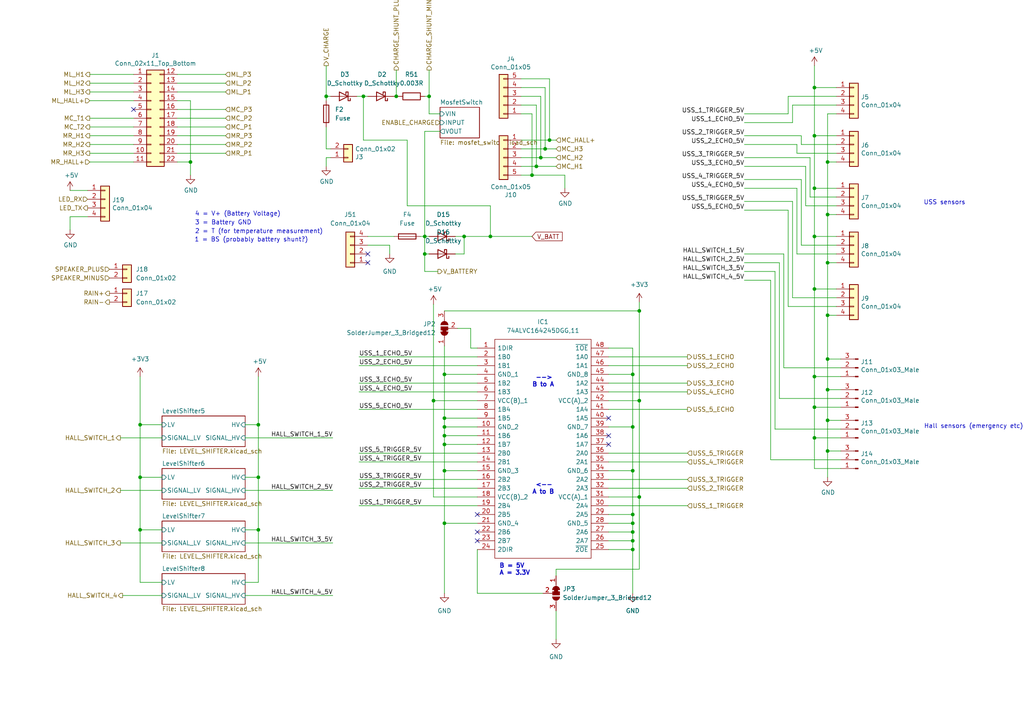
<source format=kicad_sch>
(kicad_sch (version 20231120) (generator "eeschema") (generator_version "8.0")
  (paper "A4")
  (lib_symbols
    (symbol "74ALVC164245DGG_11:74ALVC164245DGG,11" (pin_names (offset 0.762))
      (property "Reference" "IC" (at 34.29 7.62 0))
      (property "Value" "74ALVC164245DGG,11" (at 34.29 5.08 0))
      (symbol "74ALVC164245DGG,11_0_0"
        (pin passive line (at 0 0 0) (length 5.08) (name "1DIR") (number "1"))
        (pin passive line (at 0 -22.86 0) (length 5.08) (name "GND_2") (number "10"))
        (pin passive line (at 0 -25.4 0) (length 5.08) (name "1B6") (number "11"))
        (pin passive line (at 0 -27.94 0) (length 5.08) (name "1B7") (number "12"))
        (pin passive line (at 0 -30.48 0) (length 5.08) (name "2B0") (number "13"))
        (pin passive line (at 0 -33.02 0) (length 5.08) (name "2B1") (number "14"))
        (pin passive line (at 0 -35.56 0) (length 5.08) (name "GND_3") (number "15"))
        (pin passive line (at 0 -38.1 0) (length 5.08) (name "2B2") (number "16"))
        (pin passive line (at 0 -40.64 0) (length 5.08) (name "2B3") (number "17"))
        (pin passive line (at 0 -43.18 0) (length 5.08) (name "VCC(B)_2") (number "18"))
        (pin passive line (at 0 -45.72 0) (length 5.08) (name "2B4") (number "19"))
        (pin passive line (at 0 -2.54 0) (length 5.08) (name "1B0") (number "2"))
        (pin passive line (at 0 -48.26 0) (length 5.08) (name "2B5") (number "20"))
        (pin passive line (at 0 -50.8 0) (length 5.08) (name "GND_4") (number "21"))
        (pin passive line (at 0 -53.34 0) (length 5.08) (name "2B6") (number "22"))
        (pin passive line (at 0 -55.88 0) (length 5.08) (name "2B7") (number "23"))
        (pin passive line (at 0 -58.42 0) (length 5.08) (name "2DIR") (number "24"))
        (pin passive line (at 38.1 -58.42 180) (length 5.08) (name "~{2OE}") (number "25"))
        (pin passive line (at 38.1 -55.88 180) (length 5.08) (name "2A7") (number "26"))
        (pin passive line (at 38.1 -53.34 180) (length 5.08) (name "2A6") (number "27"))
        (pin passive line (at 38.1 -50.8 180) (length 5.08) (name "GND_5") (number "28"))
        (pin passive line (at 38.1 -48.26 180) (length 5.08) (name "2A5") (number "29"))
        (pin passive line (at 0 -5.08 0) (length 5.08) (name "1B1") (number "3"))
        (pin passive line (at 38.1 -45.72 180) (length 5.08) (name "2A4") (number "30"))
        (pin passive line (at 38.1 -43.18 180) (length 5.08) (name "VCC(A)_1") (number "31"))
        (pin passive line (at 38.1 -40.64 180) (length 5.08) (name "2A3") (number "32"))
        (pin passive line (at 38.1 -38.1 180) (length 5.08) (name "2A2") (number "33"))
        (pin passive line (at 38.1 -35.56 180) (length 5.08) (name "GND_6") (number "34"))
        (pin passive line (at 38.1 -33.02 180) (length 5.08) (name "2A1") (number "35"))
        (pin passive line (at 38.1 -30.48 180) (length 5.08) (name "2A0") (number "36"))
        (pin passive line (at 38.1 -27.94 180) (length 5.08) (name "1A7") (number "37"))
        (pin passive line (at 38.1 -25.4 180) (length 5.08) (name "1A6") (number "38"))
        (pin passive line (at 38.1 -22.86 180) (length 5.08) (name "GND_7") (number "39"))
        (pin passive line (at 0 -7.62 0) (length 5.08) (name "GND_1") (number "4"))
        (pin passive line (at 38.1 -20.32 180) (length 5.08) (name "1A5") (number "40"))
        (pin passive line (at 38.1 -17.78 180) (length 5.08) (name "1A4") (number "41"))
        (pin passive line (at 38.1 -15.24 180) (length 5.08) (name "VCC(A)_2") (number "42"))
        (pin passive line (at 38.1 -12.7 180) (length 5.08) (name "1A3") (number "43"))
        (pin passive line (at 38.1 -10.16 180) (length 5.08) (name "1A2") (number "44"))
        (pin passive line (at 38.1 -7.62 180) (length 5.08) (name "GND_8") (number "45"))
        (pin passive line (at 38.1 -5.08 180) (length 5.08) (name "1A1") (number "46"))
        (pin passive line (at 38.1 -2.54 180) (length 5.08) (name "1A0") (number "47"))
        (pin passive line (at 38.1 0 180) (length 5.08) (name "~{1OE}") (number "48"))
        (pin passive line (at 0 -10.16 0) (length 5.08) (name "1B2") (number "5"))
        (pin passive line (at 0 -12.7 0) (length 5.08) (name "1B3") (number "6"))
        (pin passive line (at 0 -15.24 0) (length 5.08) (name "VCC(B)_1") (number "7"))
        (pin passive line (at 0 -17.78 0) (length 5.08) (name "1B4") (number "8"))
        (pin passive line (at 0 -20.32 0) (length 5.08) (name "1B5") (number "9"))
      )
    )
    (symbol "Connector:Conn_01x03_Male" (pin_names (offset 1.016) hide)
      (property "Reference" "J" (at 0 5.08 0))
      (property "Value" "Conn_01x03_Male" (at 0 -5.08 0))
      (symbol "Conn_01x03_Male_1_1"
        (pin passive line (at 5.08 2.54 180) (length 3.81) (name "Pin_1") (number "1"))
        (pin passive line (at 5.08 0 180) (length 3.81) (name "Pin_2") (number "2"))
        (pin passive line (at 5.08 -2.54 180) (length 3.81) (name "Pin_3") (number "3"))
      )
    )
    (symbol "Connector_Generic:Conn_01x02" (pin_names (offset 1.016) hide)
      (property "Reference" "J" (at 0 2.54 0))
      (property "Value" "Conn_01x02" (at 0 -5.08 0))
      (symbol "Conn_01x02_1_1"
        (pin passive line (at -5.08 0 0) (length 3.81) (name "Pin_1") (number "1"))
        (pin passive line (at -5.08 -2.54 0) (length 3.81) (name "Pin_2") (number "2"))
      )
    )
    (symbol "Connector_Generic:Conn_01x04" (pin_names (offset 1.016) hide)
      (property "Reference" "J" (at 0 5.08 0))
      (property "Value" "Conn_01x04" (at 0 -7.62 0))
      (symbol "Conn_01x04_1_1"
        (pin passive line (at -5.08 2.54 0) (length 3.81) (name "Pin_1") (number "1"))
        (pin passive line (at -5.08 0 0) (length 3.81) (name "Pin_2") (number "2"))
        (pin passive line (at -5.08 -2.54 0) (length 3.81) (name "Pin_3") (number "3"))
        (pin passive line (at -5.08 -5.08 0) (length 3.81) (name "Pin_4") (number "4"))
      )
    )
    (symbol "Connector_Generic:Conn_01x05" (pin_names (offset 1.016) hide)
      (property "Reference" "J" (at 0 7.62 0))
      (property "Value" "Conn_01x05" (at 0 -7.62 0))
      (symbol "Conn_01x05_1_1"
        (pin passive line (at -5.08 5.08 0) (length 3.81) (name "Pin_1") (number "1"))
        (pin passive line (at -5.08 2.54 0) (length 3.81) (name "Pin_2") (number "2"))
        (pin passive line (at -5.08 0 0) (length 3.81) (name "Pin_3") (number "3"))
        (pin passive line (at -5.08 -2.54 0) (length 3.81) (name "Pin_4") (number "4"))
        (pin passive line (at -5.08 -5.08 0) (length 3.81) (name "Pin_5") (number "5"))
      )
    )
    (symbol "Connector_Generic:Conn_02x11_Top_Bottom" (pin_names (offset 1.016) hide)
      (property "Reference" "J" (at 1.27 15.24 0))
      (property "Value" "Conn_02x11_Top_Bottom" (at 1.27 -15.24 0))
      (symbol "Conn_02x11_Top_Bottom_1_1"
        (pin passive line (at -5.08 12.7 0) (length 3.81) (name "Pin_1") (number "1"))
        (pin passive line (at -5.08 -10.16 0) (length 3.81) (name "Pin_10") (number "10"))
        (pin passive line (at -5.08 -12.7 0) (length 3.81) (name "Pin_11") (number "11"))
        (pin passive line (at 7.62 12.7 180) (length 3.81) (name "Pin_12") (number "12"))
        (pin passive line (at 7.62 10.16 180) (length 3.81) (name "Pin_13") (number "13"))
        (pin passive line (at 7.62 7.62 180) (length 3.81) (name "Pin_14") (number "14"))
        (pin passive line (at 7.62 5.08 180) (length 3.81) (name "Pin_15") (number "15"))
        (pin passive line (at 7.62 2.54 180) (length 3.81) (name "Pin_16") (number "16"))
        (pin passive line (at 7.62 0 180) (length 3.81) (name "Pin_17") (number "17"))
        (pin passive line (at 7.62 -2.54 180) (length 3.81) (name "Pin_18") (number "18"))
        (pin passive line (at 7.62 -5.08 180) (length 3.81) (name "Pin_19") (number "19"))
        (pin passive line (at -5.08 10.16 0) (length 3.81) (name "Pin_2") (number "2"))
        (pin passive line (at 7.62 -7.62 180) (length 3.81) (name "Pin_20") (number "20"))
        (pin passive line (at 7.62 -10.16 180) (length 3.81) (name "Pin_21") (number "21"))
        (pin passive line (at 7.62 -12.7 180) (length 3.81) (name "Pin_22") (number "22"))
        (pin passive line (at -5.08 7.62 0) (length 3.81) (name "Pin_3") (number "3"))
        (pin passive line (at -5.08 5.08 0) (length 3.81) (name "Pin_4") (number "4"))
        (pin passive line (at -5.08 2.54 0) (length 3.81) (name "Pin_5") (number "5"))
        (pin passive line (at -5.08 0 0) (length 3.81) (name "Pin_6") (number "6"))
        (pin passive line (at -5.08 -2.54 0) (length 3.81) (name "Pin_7") (number "7"))
        (pin passive line (at -5.08 -5.08 0) (length 3.81) (name "Pin_8") (number "8"))
        (pin passive line (at -5.08 -7.62 0) (length 3.81) (name "Pin_9") (number "9"))
      )
    )
    (symbol "Device:D_Schottky" (pin_numbers hide) (pin_names (offset 1.016) hide)
      (property "Reference" "D" (at 0 2.54 0))
      (property "Value" "D_Schottky" (at 0 -2.54 0))
      (symbol "D_Schottky_1_1"
        (pin passive line (at -3.81 0 0) (length 2.54) (name "K") (number "1"))
        (pin passive line (at 3.81 0 180) (length 2.54) (name "A") (number "2"))
      )
    )
    (symbol "Device:Fuse" (pin_numbers hide) (pin_names (offset 0))
      (property "Reference" "F" (at 2.032 0 90))
      (property "Value" "Fuse" (at -1.905 0 90))
      (symbol "Fuse_1_1"
        (pin passive line (at 0 3.81 270) (length 1.27) (name "~") (number "1"))
        (pin passive line (at 0 -3.81 90) (length 1.27) (name "~") (number "2"))
      )
    )
    (symbol "Device:R" (pin_numbers hide) (pin_names (offset 0))
      (property "Reference" "R" (at 2.032 0 90))
      (property "Value" "R" (at 0 0 90))
      (symbol "R_1_1"
        (pin passive line (at 0 3.81 270) (length 1.27) (name "~") (number "1"))
        (pin passive line (at 0 -3.81 90) (length 1.27) (name "~") (number "2"))
      )
    )
    (symbol "GND_1" (power) (pin_numbers hide) (pin_names (offset 0) hide)
      (property "Value" "GND" (at 0 -3.81 0))
      (symbol "GND_1_1_1"
        (pin power_in line (at 0 0 270) (length 0) (name "~") (number "1"))
      )
    )
    (symbol "Jumper:SolderJumper_3_Bridged12" (pin_names (offset 0) hide)
      (property "Reference" "JP" (at -2.54 -2.54 0))
      (property "Value" "SolderJumper_3_Bridged12" (at 0 2.794 0))
      (symbol "SolderJumper_3_Bridged12_1_1"
        (pin passive line (at -5.08 0 0) (length 2.54) (name "A") (number "1"))
        (pin input line (at 0 -3.81 90) (length 2.54) (name "C") (number "2"))
        (pin passive line (at 5.08 0 180) (length 2.54) (name "B") (number "3"))
      )
    )
    (symbol "power:+3.3V" (power) (pin_names (offset 0))
      (property "Value" "+3.3V" (at 0 3.556 0))
      (symbol "+3.3V_1_1"
        (pin power_in line (at 0 0 90) (length 0) hide (name "+3V3") (number "1"))
      )
    )
    (symbol "power:+5V" (power) (pin_names (offset 0))
      (property "Value" "+5V" (at 0 3.556 0))
      (symbol "+5V_1_1"
        (pin power_in line (at 0 0 90) (length 0) hide (name "+5V") (number "1"))
      )
    )
    (symbol "power:GND" (power) (pin_names (offset 0))
      (property "Value" "GND" (at 0 -3.81 0))
      (symbol "GND_1_1"
        (pin power_in line (at 0 0 270) (length 0) hide (name "GND") (number "1"))
      )
    )
  )
  (junction (at 185.42 116.205))
  (junction (at 183.515 149.225))
  (junction (at 128.905 108.585))
  (junction (at 236.22 127))
  (junction (at 183.515 123.825))
  (junction (at 123.19 73.66))
  (junction (at 128.905 136.525))
  (junction (at 183.515 159.385))
  (junction (at 236.22 109.22))
  (junction (at 105.41 27.94))
  (junction (at 74.93 123.19))
  (junction (at 240.03 130.81))
  (junction (at 154.305 50.8))
  (junction (at 74.93 153.67))
  (junction (at 125.73 116.205))
  (junction (at 240.03 104.14))
  (junction (at 236.22 39.37))
  (junction (at 40.64 153.67))
  (junction (at 240.03 46.99))
  (junction (at 240.03 76.2))
  (junction (at 128.905 128.905))
  (junction (at 240.03 91.44))
  (junction (at 128.905 151.765))
  (junction (at 236.22 83.82))
  (junction (at 40.64 123.19))
  (junction (at 185.42 90.17))
  (junction (at 94.615 27.94))
  (junction (at 134.62 68.58))
  (junction (at 124.46 27.94))
  (junction (at 155.575 48.26))
  (junction (at 240.03 121.92))
  (junction (at 40.64 138.43))
  (junction (at 183.515 154.305))
  (junction (at 185.42 144.145))
  (junction (at 128.905 121.285))
  (junction (at 142.24 68.58))
  (junction (at 236.22 25.4))
  (junction (at 183.515 156.845))
  (junction (at 55.245 46.99))
  (junction (at 183.515 151.765))
  (junction (at 236.22 118.11))
  (junction (at 159.385 40.64))
  (junction (at 114.935 27.94))
  (junction (at 123.19 68.58))
  (junction (at 158.115 43.18))
  (junction (at 183.515 108.585))
  (junction (at 240.03 113.03))
  (junction (at 156.845 45.72))
  (junction (at 240.03 62.23))
  (junction (at 236.22 54.61))
  (junction (at 74.93 138.43))
  (junction (at 183.515 136.525))
  (junction (at 128.905 126.365))
  (junction (at 236.22 68.58))
  (junction (at 128.905 123.825))
  (no_connect (at 138.43 149.225))
  (no_connect (at 138.43 154.305))
  (no_connect (at 138.43 156.845))
  (no_connect (at 38.735 31.75))
  (no_connect (at 106.68 73.66))
  (no_connect (at 176.53 128.905))
  (no_connect (at 176.53 126.365))
  (no_connect (at 176.53 121.285))
  (no_connect (at 106.68 76.2))
  (wire (pts (xy 242.57 76.2) (xy 240.03 76.2)))
  (wire (pts (xy 240.03 104.14) (xy 243.84 104.14)))
  (wire (pts (xy 183.515 149.225) (xy 183.515 151.765)))
  (wire (pts (xy 176.53 123.825) (xy 183.515 123.825)))
  (wire (pts (xy 236.22 127) (xy 243.84 127)))
  (wire (pts (xy 105.41 40.64) (xy 118.11 40.64)))
  (wire (pts (xy 121.92 68.58) (xy 123.19 68.58)))
  (wire (pts (xy 136.525 100.965) (xy 138.43 100.965)))
  (wire (pts (xy 40.64 138.43) (xy 46.99 138.43)))
  (wire (pts (xy 128.905 100.33) (xy 128.905 108.585)))
  (wire (pts (xy 51.435 21.59) (xy 65.405 21.59)))
  (wire (pts (xy 128.905 128.905) (xy 138.43 128.905)))
  (wire (pts (xy 71.12 142.24) (xy 96.52 142.24)))
  (wire (pts (xy 34.925 142.24) (xy 46.99 142.24)))
  (wire (pts (xy 176.53 144.145) (xy 185.42 144.145)))
  (wire (pts (xy 106.68 71.12) (xy 113.03 71.12)))
  (wire (pts (xy 114.935 20.32) (xy 114.935 27.94)))
  (wire (pts (xy 156.845 27.94) (xy 156.845 45.72)))
  (wire (pts (xy 51.435 46.99) (xy 55.245 46.99)))
  (wire (pts (xy 51.435 36.83) (xy 65.405 36.83)))
  (wire (pts (xy 114.935 27.94) (xy 115.57 27.94)))
  (wire (pts (xy 215.9 35.56) (xy 229.87 35.56)))
  (wire (pts (xy 215.9 39.37) (xy 232.41 39.37)))
  (wire (pts (xy 123.19 38.1) (xy 127.635 38.1)))
  (wire (pts (xy 105.41 27.94) (xy 105.41 40.64)))
  (wire (pts (xy 183.515 108.585) (xy 183.515 123.825)))
  (wire (pts (xy 38.735 44.45) (xy 26.035 44.45)))
  (wire (pts (xy 161.29 177.165) (xy 161.29 185.42)))
  (wire (pts (xy 94.615 36.83) (xy 94.615 43.18)))
  (wire (pts (xy 224.79 78.74) (xy 215.9 78.74)))
  (wire (pts (xy 105.41 27.94) (xy 106.68 27.94)))
  (wire (pts (xy 242.57 62.23) (xy 240.03 62.23)))
  (wire (pts (xy 138.43 139.065) (xy 104.14 139.065)))
  (wire (pts (xy 128.905 121.285) (xy 138.43 121.285)))
  (wire (pts (xy 158.115 43.18) (xy 161.29 43.18)))
  (wire (pts (xy 183.515 151.765) (xy 183.515 154.305)))
  (wire (pts (xy 38.735 34.29) (xy 26.035 34.29)))
  (wire (pts (xy 40.64 123.19) (xy 46.99 123.19)))
  (wire (pts (xy 215.9 33.02) (xy 228.6 33.02)))
  (wire (pts (xy 51.435 41.91) (xy 65.405 41.91)))
  (wire (pts (xy 236.22 83.82) (xy 236.22 109.22)))
  (wire (pts (xy 124.46 73.66) (xy 123.19 73.66)))
  (wire (pts (xy 183.515 136.525) (xy 183.515 149.225)))
  (wire (pts (xy 176.53 116.205) (xy 185.42 116.205)))
  (wire (pts (xy 134.62 68.58) (xy 142.24 68.58)))
  (wire (pts (xy 123.19 73.66) (xy 123.19 78.74)))
  (wire (pts (xy 51.435 24.13) (xy 65.405 24.13)))
  (wire (pts (xy 183.515 156.845) (xy 183.515 159.385)))
  (wire (pts (xy 40.64 168.91) (xy 40.64 153.67)))
  (wire (pts (xy 215.9 54.61) (xy 231.14 54.61)))
  (wire (pts (xy 242.57 88.9) (xy 228.6 88.9)))
  (wire (pts (xy 38.735 26.67) (xy 26.035 26.67)))
  (wire (pts (xy 132.08 73.66) (xy 134.62 73.66)))
  (wire (pts (xy 243.84 106.68) (xy 227.33 106.68)))
  (wire (pts (xy 114.3 27.94) (xy 114.935 27.94)))
  (wire (pts (xy 199.39 113.665) (xy 176.53 113.665)))
  (wire (pts (xy 138.43 146.685) (xy 104.14 146.685)))
  (wire (pts (xy 25.4 62.865) (xy 20.32 62.865)))
  (wire (pts (xy 215.9 81.28) (xy 223.52 81.28)))
  (wire (pts (xy 26.035 46.99) (xy 38.735 46.99)))
  (wire (pts (xy 40.64 153.67) (xy 46.99 153.67)))
  (wire (pts (xy 240.03 62.23) (xy 240.03 76.2)))
  (wire (pts (xy 127.635 33.02) (xy 124.46 33.02)))
  (wire (pts (xy 138.43 141.605) (xy 104.14 141.605)))
  (wire (pts (xy 199.39 141.605) (xy 176.53 141.605)))
  (wire (pts (xy 176.53 136.525) (xy 183.515 136.525)))
  (wire (pts (xy 151.13 45.72) (xy 156.845 45.72)))
  (wire (pts (xy 234.95 57.15) (xy 242.57 57.15)))
  (wire (pts (xy 226.06 115.57) (xy 243.84 115.57)))
  (wire (pts (xy 142.24 68.58) (xy 154.305 68.58)))
  (wire (pts (xy 240.03 91.44) (xy 240.03 104.14)))
  (wire (pts (xy 236.22 109.22) (xy 243.84 109.22)))
  (wire (pts (xy 223.52 133.35) (xy 243.84 133.35)))
  (wire (pts (xy 183.515 100.965) (xy 183.515 108.585)))
  (wire (pts (xy 228.6 27.94) (xy 242.57 27.94)))
  (wire (pts (xy 236.22 118.11) (xy 236.22 127)))
  (wire (pts (xy 228.6 60.96) (xy 215.9 60.96)))
  (wire (pts (xy 242.57 46.99) (xy 240.03 46.99)))
  (wire (pts (xy 128.905 136.525) (xy 138.43 136.525)))
  (wire (pts (xy 138.43 108.585) (xy 128.905 108.585)))
  (wire (pts (xy 242.57 91.44) (xy 240.03 91.44)))
  (wire (pts (xy 40.64 138.43) (xy 40.64 123.19)))
  (wire (pts (xy 242.57 54.61) (xy 236.22 54.61)))
  (wire (pts (xy 94.615 43.18) (xy 95.885 43.18)))
  (wire (pts (xy 233.68 59.69) (xy 233.68 48.26)))
  (wire (pts (xy 51.435 39.37) (xy 65.405 39.37)))
  (wire (pts (xy 151.13 25.4) (xy 158.115 25.4)))
  (wire (pts (xy 199.39 106.045) (xy 176.53 106.045)))
  (wire (pts (xy 71.12 123.19) (xy 74.93 123.19)))
  (wire (pts (xy 151.13 43.18) (xy 158.115 43.18)))
  (wire (pts (xy 138.43 144.145) (xy 125.73 144.145)))
  (wire (pts (xy 123.19 38.1) (xy 123.19 68.58)))
  (wire (pts (xy 71.12 127) (xy 96.52 127)))
  (wire (pts (xy 240.03 46.99) (xy 240.03 62.23)))
  (wire (pts (xy 118.11 59.69) (xy 142.24 59.69)))
  (wire (pts (xy 176.53 108.585) (xy 183.515 108.585)))
  (wire (pts (xy 154.305 50.8) (xy 163.83 50.8)))
  (wire (pts (xy 228.6 88.9) (xy 228.6 60.96)))
  (wire (pts (xy 240.03 130.81) (xy 240.03 138.43)))
  (wire (pts (xy 38.735 36.83) (xy 26.035 36.83)))
  (wire (pts (xy 138.43 159.385) (xy 138.43 172.085)))
  (wire (pts (xy 176.53 151.765) (xy 183.515 151.765)))
  (wire (pts (xy 176.53 159.385) (xy 183.515 159.385)))
  (wire (pts (xy 199.39 131.445) (xy 176.53 131.445)))
  (wire (pts (xy 51.435 31.75) (xy 65.405 31.75)))
  (wire (pts (xy 74.93 123.19) (xy 74.93 109.22)))
  (wire (pts (xy 151.13 30.48) (xy 155.575 30.48)))
  (wire (pts (xy 151.13 33.02) (xy 154.305 33.02)))
  (wire (pts (xy 95.885 45.72) (xy 94.615 45.72)))
  (wire (pts (xy 232.41 71.12) (xy 232.41 52.07)))
  (wire (pts (xy 128.905 108.585) (xy 128.905 121.285)))
  (wire (pts (xy 142.24 59.69) (xy 142.24 68.58)))
  (wire (pts (xy 240.03 113.03) (xy 240.03 121.92)))
  (wire (pts (xy 38.735 41.91) (xy 26.035 41.91)))
  (wire (pts (xy 183.515 123.825) (xy 183.515 136.525)))
  (wire (pts (xy 240.03 130.81) (xy 243.84 130.81)))
  (wire (pts (xy 231.14 41.91) (xy 215.9 41.91)))
  (wire (pts (xy 176.53 100.965) (xy 183.515 100.965)))
  (wire (pts (xy 128.905 123.825) (xy 138.43 123.825)))
  (wire (pts (xy 242.57 33.02) (xy 240.03 33.02)))
  (wire (pts (xy 35.56 172.72) (xy 46.99 172.72)))
  (wire (pts (xy 231.14 73.66) (xy 242.57 73.66)))
  (wire (pts (xy 124.46 20.32) (xy 124.46 27.94)))
  (wire (pts (xy 231.14 44.45) (xy 231.14 41.91)))
  (wire (pts (xy 176.53 149.225) (xy 183.515 149.225)))
  (wire (pts (xy 159.385 22.86) (xy 159.385 40.64)))
  (wire (pts (xy 231.14 54.61) (xy 231.14 73.66)))
  (wire (pts (xy 199.39 103.505) (xy 176.53 103.505)))
  (wire (pts (xy 156.845 45.72) (xy 161.29 45.72)))
  (wire (pts (xy 232.41 41.91) (xy 242.57 41.91)))
  (wire (pts (xy 138.43 133.985) (xy 104.14 133.985)))
  (wire (pts (xy 240.03 76.2) (xy 240.03 91.44)))
  (wire (pts (xy 224.79 124.46) (xy 224.79 78.74)))
  (wire (pts (xy 236.22 39.37) (xy 236.22 25.4)))
  (wire (pts (xy 104.14 111.125) (xy 138.43 111.125)))
  (wire (pts (xy 113.03 71.12) (xy 113.03 73.66)))
  (wire (pts (xy 199.39 111.125) (xy 176.53 111.125)))
  (wire (pts (xy 51.435 34.29) (xy 65.405 34.29)))
  (wire (pts (xy 229.87 35.56) (xy 229.87 30.48)))
  (wire (pts (xy 20.32 62.865) (xy 20.32 66.675)))
  (wire (pts (xy 123.19 68.58) (xy 123.19 73.66)))
  (wire (pts (xy 74.93 138.43) (xy 74.93 123.19)))
  (wire (pts (xy 199.39 118.745) (xy 176.53 118.745)))
  (wire (pts (xy 94.615 27.94) (xy 94.615 29.21)))
  (wire (pts (xy 242.57 44.45) (xy 231.14 44.45)))
  (wire (pts (xy 236.22 83.82) (xy 242.57 83.82)))
  (wire (pts (xy 236.22 68.58) (xy 236.22 83.82)))
  (wire (pts (xy 123.19 68.58) (xy 124.46 68.58)))
  (wire (pts (xy 229.87 86.36) (xy 242.57 86.36)))
  (wire (pts (xy 215.9 76.2) (xy 226.06 76.2)))
  (wire (pts (xy 185.42 90.17) (xy 185.42 116.205)))
  (wire (pts (xy 151.13 27.94) (xy 156.845 27.94)))
  (wire (pts (xy 236.22 118.11) (xy 243.84 118.11)))
  (wire (pts (xy 151.13 22.86) (xy 159.385 22.86)))
  (wire (pts (xy 232.41 39.37) (xy 232.41 41.91)))
  (wire (pts (xy 51.435 29.21) (xy 55.245 29.21)))
  (wire (pts (xy 243.84 124.46) (xy 224.79 124.46)))
  (wire (pts (xy 242.57 39.37) (xy 236.22 39.37)))
  (wire (pts (xy 229.87 58.42) (xy 229.87 86.36)))
  (wire (pts (xy 240.03 113.03) (xy 243.84 113.03)))
  (wire (pts (xy 154.305 33.02) (xy 154.305 50.8)))
  (wire (pts (xy 161.29 165.1) (xy 161.29 167.005)))
  (wire (pts (xy 128.905 90.17) (xy 185.42 90.17)))
  (wire (pts (xy 127 78.74) (xy 123.19 78.74)))
  (wire (pts (xy 155.575 48.26) (xy 161.29 48.26)))
  (wire (pts (xy 71.12 138.43) (xy 74.93 138.43)))
  (wire (pts (xy 183.515 154.305) (xy 183.515 156.845)))
  (wire (pts (xy 74.93 153.67) (xy 74.93 138.43)))
  (wire (pts (xy 51.435 44.45) (xy 65.405 44.45)))
  (wire (pts (xy 124.46 33.02) (xy 124.46 27.94)))
  (wire (pts (xy 223.52 81.28) (xy 223.52 133.35)))
  (wire (pts (xy 199.39 146.685) (xy 176.53 146.685)))
  (wire (pts (xy 123.19 27.94) (xy 124.46 27.94)))
  (wire (pts (xy 236.22 109.22) (xy 236.22 118.11)))
  (wire (pts (xy 159.385 40.64) (xy 161.29 40.64)))
  (wire (pts (xy 128.905 151.765) (xy 138.43 151.765)))
  (wire (pts (xy 232.41 52.07) (xy 215.9 52.07)))
  (wire (pts (xy 20.32 55.245) (xy 25.4 55.245)))
  (wire (pts (xy 215.9 45.72) (xy 234.95 45.72)))
  (wire (pts (xy 104.14 118.745) (xy 138.43 118.745)))
  (wire (pts (xy 236.22 25.4) (xy 236.22 19.05)))
  (wire (pts (xy 199.39 133.985) (xy 176.53 133.985)))
  (wire (pts (xy 26.035 29.21) (xy 38.735 29.21)))
  (wire (pts (xy 94.615 45.72) (xy 94.615 48.26)))
  (wire (pts (xy 163.83 50.8) (xy 163.83 54.61)))
  (wire (pts (xy 132.08 68.58) (xy 134.62 68.58)))
  (wire (pts (xy 128.905 128.905) (xy 128.905 136.525)))
  (wire (pts (xy 55.245 29.21) (xy 55.245 46.99)))
  (wire (pts (xy 71.12 153.67) (xy 74.93 153.67)))
  (wire (pts (xy 104.14 106.045) (xy 138.43 106.045)))
  (wire (pts (xy 40.64 123.19) (xy 40.64 109.22)))
  (wire (pts (xy 151.13 40.64) (xy 159.385 40.64)))
  (wire (pts (xy 185.42 144.145) (xy 185.42 116.205)))
  (wire (pts (xy 242.57 71.12) (xy 232.41 71.12)))
  (wire (pts (xy 234.95 45.72) (xy 234.95 57.15)))
  (wire (pts (xy 240.03 104.14) (xy 240.03 113.03)))
  (wire (pts (xy 158.115 25.4) (xy 158.115 43.18)))
  (wire (pts (xy 242.57 25.4) (xy 236.22 25.4)))
  (wire (pts (xy 128.905 123.825) (xy 128.905 126.365)))
  (wire (pts (xy 128.905 151.765) (xy 128.905 172.085)))
  (wire (pts (xy 176.53 154.305) (xy 183.515 154.305)))
  (wire (pts (xy 40.64 153.67) (xy 40.64 138.43)))
  (wire (pts (xy 227.33 106.68) (xy 227.33 73.66)))
  (wire (pts (xy 118.11 40.64) (xy 118.11 59.69)))
  (wire (pts (xy 125.73 116.205) (xy 125.73 144.145)))
  (wire (pts (xy 155.575 30.48) (xy 155.575 48.26)))
  (wire (pts (xy 240.03 121.92) (xy 240.03 130.81)))
  (wire (pts (xy 228.6 33.02) (xy 228.6 27.94)))
  (wire (pts (xy 40.64 168.91) (xy 46.99 168.91)))
  (wire (pts (xy 215.9 58.42) (xy 229.87 58.42)))
  (wire (pts (xy 125.73 88.265) (xy 125.73 116.205)))
  (wire (pts (xy 132.715 95.25) (xy 136.525 95.25)))
  (wire (pts (xy 236.22 127) (xy 236.22 135.89)))
  (wire (pts (xy 103.505 27.94) (xy 105.41 27.94)))
  (wire (pts (xy 94.615 19.05) (xy 94.615 27.94)))
  (wire (pts (xy 104.14 103.505) (xy 138.43 103.505)))
  (wire (pts (xy 136.525 95.25) (xy 136.525 100.965)))
  (wire (pts (xy 55.245 46.99) (xy 55.245 50.8)))
  (wire (pts (xy 240.03 121.92) (xy 243.84 121.92)))
  (wire (pts (xy 38.735 24.13) (xy 26.035 24.13)))
  (wire (pts (xy 240.03 33.02) (xy 240.03 46.99)))
  (wire (pts (xy 71.12 172.72) (xy 96.52 172.72)))
  (wire (pts (xy 157.48 172.085) (xy 138.43 172.085)))
  (wire (pts (xy 242.57 59.69) (xy 233.68 59.69)))
  (wire (pts (xy 199.39 139.065) (xy 176.53 139.065)))
  (wire (pts (xy 236.22 54.61) (xy 236.22 68.58)))
  (wire (pts (xy 226.06 76.2) (xy 226.06 115.57)))
  (wire (pts (xy 38.735 39.37) (xy 26.035 39.37)))
  (wire (pts (xy 185.42 165.1) (xy 185.42 144.145)))
  (wire (pts (xy 104.14 113.665) (xy 138.43 113.665)))
  (wire (pts (xy 176.53 156.845) (xy 183.515 156.845)))
  (wire (pts (xy 34.925 127) (xy 46.99 127)))
  (wire (pts (xy 71.12 168.91) (xy 74.93 168.91)))
  (wire (pts (xy 242.57 68.58) (xy 236.22 68.58)))
  (wire (pts (xy 151.13 48.26) (xy 155.575 48.26)))
  (wire (pts (xy 236.22 39.37) (xy 236.22 54.61)))
  (wire (pts (xy 138.43 131.445) (xy 104.14 131.445)))
  (wire (pts (xy 227.33 73.66) (xy 215.9 73.66)))
  (wire (pts (xy 134.62 73.66) (xy 134.62 68.58)))
  (wire (pts (xy 34.925 157.48) (xy 46.99 157.48)))
  (wire (pts (xy 229.87 30.48) (xy 242.57 30.48)))
  (wire (pts (xy 243.84 135.89) (xy 236.22 135.89)))
  (wire (pts (xy 94.615 27.94) (xy 95.885 27.94)))
  (wire (pts (xy 233.68 48.26) (xy 215.9 48.26)))
  (wire (pts (xy 185.42 165.1) (xy 161.29 165.1)))
  (wire (pts (xy 128.905 121.285) (xy 128.905 123.825)))
  (wire (pts (xy 128.905 136.525) (xy 128.905 151.765)))
  (wire (pts (xy 151.13 50.8) (xy 154.305 50.8)))
  (wire (pts (xy 128.905 126.365) (xy 138.43 126.365)))
  (wire (pts (xy 38.735 21.59) (xy 26.035 21.59)))
  (wire (pts (xy 125.73 116.205) (xy 138.43 116.205)))
  (wire (pts (xy 183.515 159.385) (xy 183.515 172.085)))
  (wire (pts (xy 106.68 68.58) (xy 114.3 68.58)))
  (wire (pts (xy 128.905 126.365) (xy 128.905 128.905)))
  (wire (pts (xy 51.435 26.67) (xy 65.405 26.67)))
  (wire (pts (xy 74.93 168.91) (xy 74.93 153.67)))
  (wire (pts (xy 71.12 157.48) (xy 96.52 157.48)))
  (wire (pts (xy 185.42 87.63) (xy 185.42 90.17)))
  (text " <--\nA to B" (at 154.305 143.51 0) (effects (font (size 1.27 1.27) (thickness 0.254) (bold yes)) (justify left bottom)))
  (text "2 = T (for temperature measurement)" (at 56.515 67.945 0) (effects (font (size 1.27 1.27)) (justify left bottom)))
  (text "4 = V+ (Battery Voltage)" (at 56.515 62.865 0) (effects (font (size 1.27 1.27)) (justify left bottom)))
  (text "B = 5V\nA = 3.3V" (at 144.78 167.005 0) (effects (font (size 1.27 1.27) (bold yes)) (justify left bottom)))
  (text "3 = Battery GND" (at 56.515 65.405 0) (effects (font (size 1.27 1.27)) (justify left bottom)))
  (text "1 = BS (probably battery shunt?)" (at 56.388 70.358 0) (effects (font (size 1.27 1.27)) (justify left bottom)))
  (text "Hall sensors (emergency etc)" (at 267.97 124.46 0) (effects (font (size 1.27 1.27)) (justify left bottom)))
  (text " -->\nB to A" (at 154.305 112.395 0) (effects (font (size 1.27 1.27) (thickness 0.254) (bold yes)) (justify left bottom)))
  (text "USS sensors" (at 267.8734 59.5673 0) (effects (font (size 1.27 1.27)) (justify left bottom)))
  (label "USS_3_ECHO_5V" (at 215.9 48.26 180))
  (label "HALL_SWITCH_2_5V" (at 96.52 142.24 180))
  (label "USS_3_TRIGGER_5V" (at 104.14 139.065 0))
  (label "USS_2_TRIGGER_5V" (at 104.14 141.605 0))
  (label "USS_4_ECHO_5V" (at 215.9 54.61 180))
  (label "USS_5_ECHO_5V" (at 215.9 60.96 180))
  (label "USS_1_ECHO_5V" (at 215.9 35.56 180))
  (label "USS_4_TRIGGER_5V" (at 104.14 133.985 0))
  (label "USS_2_TRIGGER_5V" (at 215.9 39.37 180))
  (label "HALL_SWITCH_4_5V" (at 96.52 172.72 180))
  (label "USS_4_TRIGGER_5V" (at 215.9 52.07 180))
  (label "USS_3_TRIGGER_5V" (at 215.9 45.72 180))
  (label "HALL_SWITCH_3_5V" (at 96.52 157.48 180))
  (label "HALL_SWITCH_3_5V" (at 215.9 78.74 180))
  (label "HALL_SWITCH_2_5V" (at 215.9 76.2 180))
  (label "USS_5_TRIGGER_5V" (at 215.9 58.42 180))
  (label "USS_3_ECHO_5V" (at 104.14 111.125 0))
  (label "USS_2_ECHO_5V" (at 104.14 106.045 0))
  (label "HALL_SWITCH_1_5V" (at 215.9 73.66 180))
  (label "USS_5_TRIGGER_5V" (at 104.14 131.445 0))
  (label "HALL_SWITCH_4_5V" (at 215.9 81.28 180))
  (label "USS_1_ECHO_5V" (at 104.14 103.505 0))
  (label "USS_2_ECHO_5V" (at 215.9 41.91 180))
  (label "USS_5_ECHO_5V" (at 104.14 118.745 0))
  (label "USS_1_TRIGGER_5V" (at 215.9 33.02 180))
  (label "USS_4_ECHO_5V" (at 104.14 113.665 0))
  (label "HALL_SWITCH_1_5V" (at 96.52 127 180))
  (label "USS_1_TRIGGER_5V" (at 104.14 146.685 0))
  (global_label "V_BATT" (shape input) (at 154.305 68.58 0) (property "Intersheetrefs" "${INTERSHEET_REFS}" (effects (hide yes))))
  (hierarchical_label "USS_3_TRIGGER" (shape input) (at 199.39 139.065 0))
  (hierarchical_label "MC_P2" (shape input) (at 65.405 34.29 0))
  (hierarchical_label "USS_5_ECHO" (shape output) (at 199.39 118.745 0))
  (hierarchical_label "HALL_SWITCH_2" (shape output) (at 34.925 142.24 180))
  (hierarchical_label "ENABLE_CHARGE" (shape input) (at 127.635 35.56 180))
  (hierarchical_label "V_CHARGE" (shape output) (at 94.615 19.05 90))
  (hierarchical_label "ML_H2" (shape output) (at 26.035 24.13 180))
  (hierarchical_label "RAIN+" (shape output) (at 31.75 85.09 180))
  (hierarchical_label "MC_T2" (shape output) (at 26.035 36.83 180))
  (hierarchical_label "MC_T1" (shape output) (at 26.035 34.29 180))
  (hierarchical_label "MR_H2" (shape output) (at 26.035 41.91 180))
  (hierarchical_label "V_BATTERY" (shape output) (at 127 78.74 0))
  (hierarchical_label "SPEAKER_MINUS" (shape input) (at 31.75 80.645 180))
  (hierarchical_label "MC_HALL+" (shape input) (at 161.29 40.64 0))
  (hierarchical_label "LED_RX" (shape input) (at 25.4 57.785 180))
  (hierarchical_label "MC_P1" (shape input) (at 65.405 36.83 0))
  (hierarchical_label "USS_2_TRIGGER" (shape input) (at 199.39 141.605 0))
  (hierarchical_label "ML_HALL+" (shape input) (at 26.035 29.21 180))
  (hierarchical_label "HALL_SWITCH_4" (shape output) (at 35.56 172.72 180))
  (hierarchical_label "ML_P2" (shape input) (at 65.405 24.13 0))
  (hierarchical_label "MR_P3" (shape input) (at 65.405 39.37 0))
  (hierarchical_label "MR_P2" (shape input) (at 65.405 41.91 0))
  (hierarchical_label "ML_H3" (shape output) (at 26.035 26.67 180))
  (hierarchical_label "USS_1_TRIGGER" (shape input) (at 199.39 146.685 0))
  (hierarchical_label "ML_P3" (shape input) (at 65.405 21.59 0))
  (hierarchical_label "CHARGE_SHUNT_MINUS" (shape output) (at 124.46 20.32 90))
  (hierarchical_label "HALL_SWITCH_1" (shape output) (at 34.925 127 180))
  (hierarchical_label "USS_3_ECHO" (shape output) (at 199.39 111.125 0))
  (hierarchical_label "RAIN-" (shape output) (at 31.75 87.63 180))
  (hierarchical_label "MR_HALL+" (shape input) (at 26.035 46.99 180))
  (hierarchical_label "USS_2_ECHO" (shape output) (at 199.39 106.045 0))
  (hierarchical_label "HALL_SWITCH_3" (shape output) (at 34.925 157.48 180))
  (hierarchical_label "USS_1_ECHO" (shape output) (at 199.39 103.505 0))
  (hierarchical_label "MR_P1" (shape input) (at 65.405 44.45 0))
  (hierarchical_label "ML_H1" (shape output) (at 26.035 21.59 180))
  (hierarchical_label "LED_TX" (shape output) (at 25.4 60.325 180))
  (hierarchical_label "ML_P1" (shape input) (at 65.405 26.67 0))
  (hierarchical_label "CHARGE_SHUNT_PLUS" (shape output) (at 114.935 20.32 90))
  (hierarchical_label "USS_4_TRIGGER" (shape input) (at 199.39 133.985 0))
  (hierarchical_label "MC_P3" (shape input) (at 65.405 31.75 0))
  (hierarchical_label "MR_H3" (shape output) (at 26.035 44.45 180))
  (hierarchical_label "USS_5_TRIGGER" (shape input) (at 199.39 131.445 0))
  (hierarchical_label "MC_H1" (shape input) (at 161.29 48.26 0))
  (hierarchical_label "MC_H3" (shape input) (at 161.29 43.18 0))
  (hierarchical_label "MC_H2" (shape input) (at 161.29 45.72 0))
  (hierarchical_label "MR_H1" (shape output) (at 26.035 39.37 180))
  (hierarchical_label "USS_4_ECHO" (shape output) (at 199.39 113.665 0))
  (hierarchical_label "SPEAKER_PLUS" (shape input) (at 31.75 78.105 180))
  (symbol (lib_id "Connector_Generic:Conn_02x11_Top_Bottom") (at 43.815 34.29 0) (unit 1)
    (property "Reference" "J1" (at 45.085 16.0782 0))
    (property "Value" "Conn_02x11_Top_Bottom" (at 45.085 18.3896 0))
    (property "Footprint" "Connector_Molex:Molex_Mini-Fit_Jr_5566-22A_2x11_P4.20mm_Vertical" (effects (hide yes)))
    (property "Digikey" "WM23810-ND" (effects (hide yes)))
    (property "Part Number" "0039288220" (effects (hide yes)))
    (property "Stock_PN" "J-TH-4.2mm-2x11F" (effects (hide yes)))
  )
  (symbol (lib_id "power:GND") (at 55.245 50.8 0) (unit 1)
    (property "Reference" "#PWR0101" (effects (hide yes)))
    (property "Value" "GND" (at 55.372 55.1942 0))
  )
  (symbol (lib_id "Connector_Generic:Conn_01x02") (at 100.965 45.72 0) (mirror x) (unit 1)
    (property "Reference" "J3" (at 102.997 45.5168 0) (effects (justify left)))
    (property "Value" "Conn_01x02" (at 102.997 43.2054 0) (effects (justify left)))
    (property "Footprint" "Connector_Molex:Molex_Mini-Fit_Jr_5566-02A_2x01_P4.20mm_Vertical" (effects (hide yes)))
    (property "Digikey" "WM3843-ND" (effects (hide yes)))
    (property "Part Number" "0039293026" (effects (hide yes)))
    (property "Stock_PN" "J-TH-4.2mm-1x2F" (effects (hide yes)))
    (property "LCSC" "C563782" (effects (hide yes)))
  )
  (symbol (lib_id "power:GND") (at 94.615 48.26 0) (unit 1)
    (property "Reference" "#PWR0104" (effects (hide yes)))
    (property "Value" "GND" (at 94.742 52.6542 0))
  )
  (symbol (lib_id "Connector_Generic:Conn_01x05") (at 146.05 45.72 0) (mirror y) (unit 1)
    (property "Reference" "J10" (at 148.1328 56.515 0))
    (property "Value" "Conn_01x05" (at 148.1328 54.2036 0))
    (property "Footprint" "Connector_JST:JST_PH_B5B-PH-K_1x05_P2.00mm_Vertical" (effects (hide yes)))
    (property "Stock_PN" "J-JST-PH-1x5" (effects (hide yes)))
    (property "LCSC" "C442247" (effects (hide yes)))
  )
  (symbol (lib_id "Jumper:SolderJumper_3_Bridged12") (at 128.905 95.25 90) (unit 1)
    (property "Reference" "JP2" (at 126.365 93.9799 90) (effects (justify left)))
    (property "Value" "SolderJumper_3_Bridged12" (at 126.365 96.52 90) (effects (justify left)))
    (property "Footprint" "Jumper:SolderJumper-3_P1.3mm_Bridged12_Pad1.0x1.5mm" (effects (hide yes)))
    (property "Config" "do not place" (effects (hide yes)))
    (property "DNP" "Y" (effects (hide yes)))
  )
  (symbol (lib_id "power:GND") (at 240.03 138.43 0) (unit 1)
    (property "Reference" "#PWR0103" (effects (hide yes)))
    (property "Value" "GND" (at 240.157 142.8242 0))
  )
  (symbol (lib_id "Connector_Generic:Conn_01x04") (at 101.6 73.66 180) (unit 1)
    (property "Reference" "J51" (at 101.6 62.23 0))
    (property "Value" "Conn_01x04" (at 101.6 64.77 0))
    (property "Footprint" "Connector_Molex:Molex_Mini-Fit_Jr_5566-04A_2x02_P4.20mm_Vertical" (effects (hide yes)))
    (property "Description" "Generic connector, single row, 01x04, script generated (kicad-library-utils/schlib/autogen/connector/)" (effects (hide yes)))
  )
  (symbol (lib_id "Connector_Generic:Conn_01x04") (at 30.48 57.785 0) (unit 1)
    (property "Reference" "J19" (at 32.512 57.9882 0) (effects (justify left)))
    (property "Value" "Conn_01x04" (at 32.512 60.2996 0) (effects (justify left)))
    (property "Footprint" "Connector_JST:JST_XH_B4B-XH-A_1x04_P2.50mm_Vertical" (effects (hide yes)))
    (property "Digikey" "455-2249-ND" (effects (hide yes)))
    (property "Part Number" "B4B-XH-A(LF)(SN)" (effects (hide yes)))
    (property "Stock_PN" "J-JST-XH-1x4" (effects (hide yes)))
    (property "LCSC" "C144395" (effects (hide yes)))
  )
  (symbol (lib_id "power:+5V") (at 74.93 109.22 0) (unit 1)
    (property "Reference" "#PWR0141" (effects (hide yes)))
    (property "Value" "+5V" (at 75.311 104.8258 0))
  )
  (symbol (lib_id "power:+3.3V") (at 185.42 87.63 0) (unit 1)
    (property "Reference" "#PWR0120" (effects (hide yes)))
    (property "Value" "+3V3" (at 185.42 82.55 0))
  )
  (symbol (lib_id "power:GND") (at 183.515 172.085 0) (unit 1)
    (property "Reference" "#PWR0108" (effects (hide yes)))
    (property "Value" "GND" (at 183.515 177.165 0))
  )
  (symbol (lib_id "power:+5V") (at 236.22 19.05 0) (unit 1)
    (property "Reference" "#PWR0111" (effects (hide yes)))
    (property "Value" "+5V" (at 236.601 14.6558 0))
  )
  (symbol (lib_id "74ALVC164245DGG_11:74ALVC164245DGG,11") (at 138.43 100.965 0) (unit 1)
    (property "Reference" "IC1" (at 157.48 93.345 0))
    (property "Value" "74ALVC164245DGG,11" (at 157.48 95.885 0))
    (property "Footprint" "74ALVC164245DGG:SOP50P810X120-48N" (effects (hide yes)))
    (property "Datasheet" "https://assets.nexperia.com/documents/data-sheet/74ALVC164245.pdf" (effects (hide yes)))
    (property "Description" "74ALVC164245 - 16-bit dual supply translating transceiver; 3-state@en-us" (effects (hide yes)))
    (property "Height" "1.2" (effects (hide yes)))
    (property "Manufacturer_Name" "Nexperia" (effects (hide yes)))
    (property "Manufacturer_Part_Number" "74ALVC164245DGG,11" (effects (hide yes)))
    (property "Digikey" "1727-4290-1-ND" (effects (hide yes)))
    (property "Part Number" "74ALVC164245DGG:11" (effects (hide yes)))
    (property "Stock_PN" "U-74ALVC164245" (effects (hide yes)))
    (property "LCSC" "C5531" (effects (hide yes)))
  )
  (symbol (lib_id "power:GND") (at 20.32 66.675 0) (unit 1)
    (property "Reference" "#PWR0146" (effects (hide yes)))
    (property "Value" "GND" (at 20.447 71.0692 0))
  )
  (symbol (lib_id "Connector_Generic:Conn_01x04") (at 247.65 27.94 0) (unit 1)
    (property "Reference" "J5" (at 249.682 28.1432 0) (effects (justify left)))
    (property "Value" "Conn_01x04" (at 249.682 30.4546 0) (effects (justify left)))
    (property "Footprint" "Connector_JST:JST_XH_B4B-XH-A_1x04_P2.50mm_Vertical" (effects (hide yes)))
    (property "Digikey" "455-2249-ND" (effects (hide yes)))
    (property "Part Number" "B4B-XH-A(LF)(SN)" (effects (hide yes)))
    (property "Stock_PN" "J-JST-XH-1x4" (effects (hide yes)))
    (property "LCSC" "C144395" (effects (hide yes)))
  )
  (symbol (lib_id "power:GND") (at 163.83 54.61 0) (unit 1)
    (property "Reference" "#PWR0170" (effects (hide yes)))
    (property "Value" "GND" (at 163.957 59.0042 0))
  )
  (symbol (lib_id "Connector_Generic:Conn_01x02") (at 36.83 78.105 0) (unit 1)
    (property "Reference" "J18" (at 39.37 78.1049 0) (effects (justify left)))
    (property "Value" "Conn_01x02" (at 39.37 80.6449 0) (effects (justify left)))
    (property "Footprint" "Connector_JST:JST_XH_B2B-XH-A_1x02_P2.50mm_Vertical" (effects (hide yes)))
    (property "Digikey" "455-2946-ND" (effects (hide yes)))
    (property "Part Number" "B2B-XH-A-GU" (effects (hide yes)))
    (property "Stock_PN" "J-JST-XH-1x2" (effects (hide yes)))
    (property "LCSC" "C2910525" (effects (hide yes)))
  )
  (symbol (lib_id "Device:Fuse") (at 118.11 68.58 90) (unit 1)
    (property "Reference" "F4" (at 118.11 62.23 90))
    (property "Value" "Fuse" (at 118.11 64.77 90))
    (property "Footprint" "MyModules:Fuseholder5x20_horiz_open_inline_Type-I" (effects (hide yes)))
    (property "Description" "You will need a pair of holders" (effects (hide yes)))
    (property "Part Number" "https://aliexpress.com/item/4000318714025.html" (effects (hide yes)))
    (property "Stock_PN" "FH-FC-202-24" (effects (hide yes)))
    (property "LCSC" "C3117" (effects (hide yes)))
  )
  (symbol (lib_id "Connector_Generic:Conn_01x04") (at 247.65 41.91 0) (unit 1)
    (property "Reference" "J6" (at 249.682 42.1132 0) (effects (justify left)))
    (property "Value" "Conn_01x04" (at 249.682 44.4246 0) (effects (justify left)))
    (property "Footprint" "Connector_JST:JST_XH_B4B-XH-A_1x04_P2.50mm_Vertical" (effects (hide yes)))
    (property "Digikey" "455-2249-ND" (effects (hide yes)))
    (property "Part Number" "B4B-XH-A(LF)(SN)" (effects (hide yes)))
    (property "Stock_PN" "J-JST-XH-1x4" (effects (hide yes)))
    (property "LCSC" "C144395" (effects (hide yes)))
  )
  (symbol (lib_id "Connector_Generic:Conn_01x05") (at 146.05 27.94 180) (unit 1)
    (property "Reference" "J4" (at 148.1328 17.145 0))
    (property "Value" "Conn_01x05" (at 148.1328 19.4564 0))
    (property "Footprint" "Connector_JST:JST_XH_B5B-XH-A_1x05_P2.50mm_Vertical" (effects (hide yes)))
    (property "Digikey" "455-2270-ND" (effects (hide yes)))
    (property "Part Number" "B5B-XH-A(LF)(SN)" (effects (hide yes)))
    (property "Stock_PN" "J-JST-XH-1x5" (effects (hide yes)))
    (property "LCSC" "C157991" (effects (hide yes)))
  )
  (symbol (lib_id "power:GND") (at 128.905 172.085 0) (unit 1)
    (property "Reference" "#PWR0153" (effects (hide yes)))
    (property "Value" "GND" (at 128.905 177.165 0))
  )
  (symbol (lib_id "Connector_Generic:Conn_01x04") (at 247.65 86.36 0) (unit 1)
    (property "Reference" "J9" (at 249.682 86.5632 0) (effects (justify left)))
    (property "Value" "Conn_01x04" (at 249.682 88.8746 0) (effects (justify left)))
    (property "Footprint" "Connector_JST:JST_XH_B4B-XH-A_1x04_P2.50mm_Vertical" (effects (hide yes)))
    (property "Digikey" "455-2249-ND" (effects (hide yes)))
    (property "Part Number" "B4B-XH-A(LF)(SN)" (effects (hide yes)))
    (property "Stock_PN" "J-JST-XH-1x4" (effects (hide yes)))
    (property "LCSC" "C144395" (effects (hide yes)))
  )
  (symbol (lib_id "Device:D_Schottky") (at 128.27 68.58 180) (unit 1)
    (property "Reference" "D15" (at 128.5875 62.23 0))
    (property "Value" "D_Schottky" (at 128.5875 64.77 0))
    (property "Footprint" "Diode_SMD:D_SMA_Handsoldering" (effects (hide yes)))
    (property "Digikey" "3757-SB54AFC_R1_00001CT-ND" (effects (hide yes)))
    (property "Part Number" "SB54AFC_R1_00001" (effects (hide yes)))
    (property "Stock_PN" "D-SMA-Schottky-40V-5A" (effects (hide yes)))
    (property "LCSC" "C113939" (effects (hide yes)))
  )
  (symbol (lib_id "Connector:Conn_01x03_Male") (at 248.92 115.57 180) (unit 1)
    (property "Reference" "J12" (at 249.6312 113.8428 0) (effects (justify right)))
    (property "Value" "Conn_01x03_Male" (at 249.6312 116.1542 0) (effects (justify right)))
    (property "Footprint" "Connector_JST:JST_XH_B3B-XH-A_1x03_P2.50mm_Vertical" (effects (hide yes)))
    (property "Digikey" "455-2231-ND" (effects (hide yes)))
    (property "Part Number" "B3B-XH-AM(LF)(SN)" (effects (hide yes)))
    (property "Stock_PN" "J-JST-XH-1x3" (effects (hide yes)))
    (property "LCSC" "C161870" (effects (hide yes)))
  )
  (symbol (lib_id "Connector_Generic:Conn_01x04") (at 247.65 71.12 0) (unit 1)
    (property "Reference" "J8" (at 249.682 71.3232 0) (effects (justify left)))
    (property "Value" "Conn_01x04" (at 249.682 73.6346 0) (effects (justify left)))
    (property "Footprint" "Connector_JST:JST_XH_B4B-XH-A_1x04_P2.50mm_Vertical" (effects (hide yes)))
    (property "Digikey" "455-2249-ND" (effects (hide yes)))
    (property "Part Number" "B4B-XH-A(LF)(SN)" (effects (hide yes)))
    (property "Stock_PN" "J-JST-XH-1x4" (effects (hide yes)))
    (property "LCSC" "C144395" (effects (hide yes)))
  )
  (symbol (lib_id "Device:D_Schottky") (at 128.27 73.66 180) (unit 1)
    (property "Reference" "D16" (at 128.5875 67.31 0))
    (property "Value" "D_Schottky" (at 128.5875 69.85 0))
    (property "Footprint" "Diode_SMD:D_SMA_Handsoldering" (effects (hide yes)))
    (property "Digikey" "3757-SB54AFC_R1_00001CT-ND" (effects (hide yes)))
    (property "Part Number" "SB54AFC_R1_00001" (effects (hide yes)))
    (property "Stock_PN" "D-SMA-Schottky-40V-5A" (effects (hide yes)))
    (property "LCSC" "C113939" (effects (hide yes)))
  )
  (symbol (lib_name "GND_1") (lib_id "power:GND") (at 113.03 73.66 0) (unit 1)
    (property "Reference" "#PWR07" (effects (hide yes)))
    (property "Value" "GND" (at 113.03 78.74 0))
    (property "Description" "Power symbol creates a global label with name \"GND\" , ground" (effects (hide yes)))
  )
  (symbol (lib_id "Device:D_Schottky") (at 110.49 27.94 180) (unit 1)
    (property "Reference" "D2" (at 110.8075 21.59 0))
    (property "Value" "D_Schottky" (at 110.8075 24.13 0))
    (property "Footprint" "Diode_SMD:D_SMA_Handsoldering" (effects (hide yes)))
    (property "Digikey" "3757-SB54AFC_R1_00001CT-ND" (effects (hide yes)))
    (property "Part Number" "SB54AFC_R1_00001" (effects (hide yes)))
    (property "Stock_PN" "D-SMA-Schottky-40V-5A" (effects (hide yes)))
    (property "LCSC" "C113939" (effects (hide yes)))
  )
  (symbol (lib_id "Connector:Conn_01x03_Male") (at 248.92 133.35 180) (unit 1)
    (property "Reference" "J14" (at 249.6312 131.6228 0) (effects (justify right)))
    (property "Value" "Conn_01x03_Male" (at 249.6312 133.9342 0) (effects (justify right)))
    (property "Footprint" "Connector_JST:JST_XH_B3B-XH-A_1x03_P2.50mm_Vertical" (effects (hide yes)))
    (property "Digikey" "455-2231-ND" (effects (hide yes)))
    (property "Part Number" "B3B-XH-AM(LF)(SN)" (effects (hide yes)))
    (property "Stock_PN" "J-JST-XH-1x3" (effects (hide yes)))
    (property "LCSC" "C161870" (effects (hide yes)))
  )
  (symbol (lib_id "power:+5V") (at 125.73 88.265 0) (unit 1)
    (property "Reference" "#PWR0122" (effects (hide yes)))
    (property "Value" "+5V" (at 126.111 83.8708 0))
  )
  (symbol (lib_id "Connector:Conn_01x03_Male") (at 248.92 106.68 180) (unit 1)
    (property "Reference" "J11" (at 249.6312 104.9528 0) (effects (justify right)))
    (property "Value" "Conn_01x03_Male" (at 249.6312 107.2642 0) (effects (justify right)))
    (property "Footprint" "Connector_JST:JST_XH_B3B-XH-A_1x03_P2.50mm_Vertical" (effects (hide yes)))
    (property "Digikey" "455-2231-ND" (effects (hide yes)))
    (property "Part Number" "B3B-XH-AM(LF)(SN)" (effects (hide yes)))
    (property "Stock_PN" "J-JST-XH-1x3" (effects (hide yes)))
    (property "LCSC" "C161870" (effects (hide yes)))
  )
  (symbol (lib_id "Device:Fuse") (at 94.615 33.02 0) (unit 1)
    (property "Reference" "F2" (at 97.155 31.7499 0) (effects (justify left)))
    (property "Value" "Fuse" (at 97.155 34.2899 0) (effects (justify left)))
    (property "Footprint" "MyModules:Fuseholder5x20_horiz_open_inline_Type-I" (effects (hide yes)))
    (property "Description" "You will need a pair of holders" (effects (hide yes)))
    (property "Part Number" "https://aliexpress.com/item/4000318714025.html" (effects (hide yes)))
    (property "Stock_PN" "FH-FC-202-24" (effects (hide yes)))
    (property "LCSC" "C3117" (effects (hide yes)))
  )
  (symbol (lib_id "Connector:Conn_01x03_Male") (at 248.92 124.46 180) (unit 1)
    (property "Reference" "J13" (at 249.6312 122.7328 0) (effects (justify right)))
    (property "Value" "Conn_01x03_Male" (at 249.6312 125.0442 0) (effects (justify right)))
    (property "Footprint" "Connector_JST:JST_XH_B3B-XH-A_1x03_P2.50mm_Vertical" (effects (hide yes)))
    (property "Digikey" "455-2231-ND" (effects (hide yes)))
    (property "Part Number" "B3B-XH-AM(LF)(SN)" (effects (hide yes)))
    (property "Stock_PN" "J-JST-XH-1x3" (effects (hide yes)))
    (property "LCSC" "C161870" (effects (hide yes)))
  )
  (symbol (lib_id "power:+5V") (at 20.32 55.245 0) (unit 1)
    (property "Reference" "#PWR0140" (effects (hide yes)))
    (property "Value" "+5V" (at 20.701 50.8508 0))
  )
  (symbol (lib_id "power:+3.3V") (at 40.64 109.22 0) (unit 1)
    (property "Reference" "#PWR0123" (effects (hide yes)))
    (property "Value" "+3V3" (at 40.64 104.14 0))
  )
  (symbol (lib_id "Device:D_Schottky") (at 99.695 27.94 180) (unit 1)
    (property "Reference" "D3" (at 100.0125 21.59 0))
    (property "Value" "D_Schottky" (at 100.0125 24.13 0))
    (property "Footprint" "Diode_SMD:D_SMA_Handsoldering" (effects (hide yes)))
    (property "Digikey" "3757-SB54AFC_R1_00001CT-ND" (effects (hide yes)))
    (property "Part Number" "SB54AFC_R1_00001" (effects (hide yes)))
    (property "Stock_PN" "D-SMA-Schottky-40V-5A" (effects (hide yes)))
    (property "LCSC" "C113939" (effects (hide yes)))
  )
  (symbol (lib_id "power:GND") (at 161.29 185.42 0) (unit 1)
    (property "Reference" "#PWR0121" (effects (hide yes)))
    (property "Value" "GND" (at 161.29 190.5 0))
  )
  (symbol (lib_id "Connector_Generic:Conn_01x02") (at 36.83 85.09 0) (unit 1)
    (property "Reference" "J17" (at 39.37 85.0899 0) (effects (justify left)))
    (property "Value" "Conn_01x02" (at 39.37 87.6299 0) (effects (justify left)))
    (property "Footprint" "Connector_JST:JST_XH_B2B-XH-A_1x02_P2.50mm_Vertical" (effects (hide yes)))
    (property "Digikey" "455-2946-ND" (effects (hide yes)))
    (property "Part Number" "B2B-XH-A-GU" (effects (hide yes)))
    (property "Stock_PN" "J-JST-XH-1x2" (effects (hide yes)))
    (property "LCSC" "C2910525" (effects (hide yes)))
  )
  (symbol (lib_id "Connector_Generic:Conn_01x04") (at 247.65 57.15 0) (unit 1)
    (property "Reference" "J7" (at 249.682 57.3532 0) (effects (justify left)))
    (property "Value" "Conn_01x04" (at 249.682 59.6646 0) (effects (justify left)))
    (property "Footprint" "Connector_JST:JST_XH_B4B-XH-A_1x04_P2.50mm_Vertical" (effects (hide yes)))
    (property "Digikey" "455-2249-ND" (effects (hide yes)))
    (property "Part Number" "B4B-XH-A(LF)(SN)" (effects (hide yes)))
    (property "Stock_PN" "J-JST-XH-1x4" (effects (hide yes)))
    (property "LCSC" "C144395" (effects (hide yes)))
  )
  (symbol (lib_id "Device:R") (at 119.38 27.94 90) (unit 1)
    (property "Reference" "R51" (at 119.38 21.59 90))
    (property "Value" "0.003R" (at 119.38 24.13 90))
    (property "Footprint" "Resistor_SMD:R_2512_6332Metric_Pad1.40x3.35mm_HandSolder" (effects (hide yes)))
    (property "Digikey" "RHM.003AUCT-ND" (effects (hide yes)))
    (property "Part Number" "PMR100HZPFV3L00" (effects (hide yes)))
    (property "Stock_PN" "R-2512-.003-2W-1%" (effects (hide yes)))
    (property "LCSC" "C509733" (effects (hide yes)))
  )
  (symbol (lib_id "Jumper:SolderJumper_3_Bridged12") (at 161.29 172.085 270) (unit 1)
    (property "Reference" "JP3" (at 163.195 170.8149 90) (effects (justify left)))
    (property "Value" "SolderJumper_3_Bridged12" (at 163.195 173.3549 90) (effects (justify left)))
    (property "Footprint" "Jumper:SolderJumper-3_P1.3mm_Bridged12_Pad1.0x1.5mm" (effects (hide yes)))
    (property "Config" "do not place" (effects (hide yes)))
    (property "DNP" "Y" (effects (hide yes)))
  )
  (sheet (at 127.635 31.115) (size 11.43 8.89) (stroke (width 0.1524))
    (property "Sheetname" "MosfetSwitch" (at 127.635 30.4034 0) (effects (justify left bottom)))
    (property "Sheetfile" "mosfet_switch.kicad_sch" (at 127.635 40.5896 0) (effects (justify left top)))
    (pin "INPUT" input (at 127.635 35.56 180))
    (pin "VIN" input (at 127.635 33.02 180))
    (pin "VOUT" output (at 127.635 38.1 180))
  )
  (sheet (at 46.99 166.37) (size 24.13 8.89) (stroke (width 0.1524))
    (property "Sheetname" "LevelShifter8" (at 46.99 165.6584 0) (effects (justify left bottom)))
    (property "Sheetfile" "LEVEL_SHIFTER.kicad_sch" (at 46.99 175.8446 0) (effects (justify left top)))
    (pin "SIGNAL_HV" input (at 71.12 172.72 0))
    (pin "SIGNAL_LV" input (at 46.99 172.72 180))
    (pin "LV" input (at 46.99 168.91 180))
    (pin "HV" input (at 71.12 168.91 0))
  )
  (sheet (at 46.99 151.13) (size 24.13 8.89) (stroke (width 0.1524))
    (property "Sheetname" "LevelShifter7" (at 46.99 150.4184 0) (effects (justify left bottom)))
    (property "Sheetfile" "LEVEL_SHIFTER.kicad_sch" (at 46.99 160.6046 0) (effects (justify left top)))
    (pin "SIGNAL_HV" input (at 71.12 157.48 0))
    (pin "SIGNAL_LV" input (at 46.99 157.48 180))
    (pin "LV" input (at 46.99 153.67 180))
    (pin "HV" input (at 71.12 153.67 0))
  )
  (sheet (at 46.99 120.65) (size 24.13 8.89) (stroke (width 0.1524))
    (property "Sheetname" "LevelShifter5" (at 46.99 119.9384 0) (effects (justify left bottom)))
    (property "Sheetfile" "LEVEL_SHIFTER.kicad_sch" (at 46.99 130.1246 0) (effects (justify left top)))
    (pin "SIGNAL_HV" input (at 71.12 127 0))
    (pin "SIGNAL_LV" input (at 46.99 127 180))
    (pin "LV" input (at 46.99 123.19 180))
    (pin "HV" input (at 71.12 123.19 0))
  )
  (sheet (at 46.99 135.89) (size 24.13 8.89) (stroke (width 0.1524))
    (property "Sheetname" "LevelShifter6" (at 46.99 135.1784 0) (effects (justify left bottom)))
    (property "Sheetfile" "LEVEL_SHIFTER.kicad_sch" (at 46.99 145.3646 0) (effects (justify left top)))
    (pin "SIGNAL_HV" input (at 71.12 142.24 0))
    (pin "SIGNAL_LV" input (at 46.99 142.24 180))
    (pin "LV" input (at 46.99 138.43 180))
    (pin "HV" input (at 71.12 138.43 0))
  )
)
</source>
